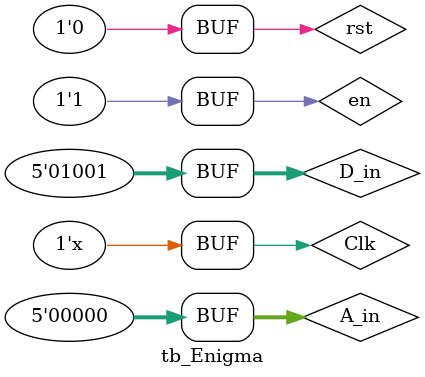
<source format=v>
`timescale 1ns / 1ps


module tb_Enigma();

reg [4:0] A_in, D_in;
reg Clk, en, rst;
wire [4:0] Y_out;

counter_74163 U0 (.ct(en), .LdN(1'b0), .Clk(Clk), .ClrN(rst), .D(A_in), .Q(Y_out));
wire [4:0] tb1, tb2, tb3, rb1, rb2, rb3, to1, to2, to3, to4, to5, to6, to7, ob;
wire [4:0] result1, result2, result3, final;
wire overflow1, overflow2;

Tfunction1_V2 F0 (.D_in(D_in), .Clk(Clk), .ClrN(rst), .D_out(result1), .of(overflow1));
Tfunction2_V2 F1 (.Clk(overflow1), .ClrN(rst), .D_out(result2), .of(overflow2));
Tfunction2_V2 F2 (.Clk(overflow2), .ClrN(rst), .D_out(result3));

Turning_Function_1 X1 (.data_in(Y_out), .counter_in(result1), .data_out(to1));
Turntable1         U1 (.x(to1), .A(tb1));

Turning_Function_2   X2(.data_in(tb1), .counter1(result2), .counter2(result1), .data_out(to2));
Turntable2  U2(.x(to2), .A(tb2));

Turning_Function_2   X3(.data_in(tb2), .counter1(result3), .counter2(result2), .data_out(to3));
Turntable3  U3(.x(to3), .A(tb3));

Turning_Function_3   X4(.data_in(tb3), .counter_in(result3), .data_out(to4));
reflextable U4(.x(to4), .A(rb1));

Turning_Function_1   X5(.data_in(rb1), .counter_in(result3), .data_out(to5));
reverse3    U5(.x(to5), .A(rb2));

Turning_Function_2   X6(.data_in(rb2), .counter1(result2), .counter2(result3), .data_out(to6));
reverse2    U6(.x(to6), .A(rb3));

Turning_Function_2   X7(.data_in(rb3), .counter1(result1), .counter2(result2), .data_out(to7));
reverse1    U7(.x(to7), .A(ob));

Turning_Function_3   X8(.data_in(ob), .counter_in(result1), .data_out(final));


always @(*) begin
    #10 Clk <= ~Clk;
end

initial begin
    Clk = 1'b1;
    rst = 1'b1;
    A_in = 5'b00000;
    D_in = 5'b01001;
    en = 1'b1;
    #1
    rst = 1'b0;
end

endmodule



</source>
